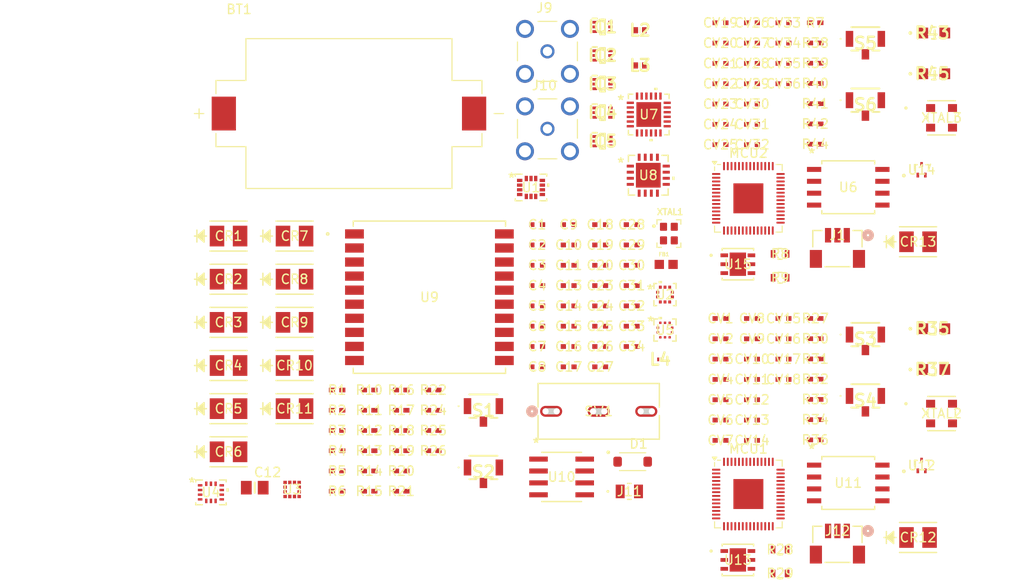
<source format=kicad_pcb>
(kicad_pcb (version 20240108) (generator "pcbnew") (generator_version "8.0")
  (layers (0 "F.Cu" signal) (31 "B.Cu" signal) (34 "B.Paste" user) (35 "F.Paste" user) (36 "B.SilkS" user "B.Silkscreen") (37 "F.SilkS" user "F.Silkscreen") (38 "B.Mask" user) (39 "F.Mask" user) (44 "Edge.Cuts" user))
  (net 0 "")
  (net 1 "GND")
  (net 2 "Net-(BT1-PadP)")
  (net 3 "+3.3V")
  (net 4 "Net-(U3-C1)")
  (net 5 "Net-(U7-VR_PA)")
  (net 6 "Net-(U7-DCC_FB)")
  (net 7 "Net-(U7-RFIO)")
  (net 8 "Net-(C25-Pad1)")
  (net 9 "Net-(C26-Pad1)")
  (net 10 "Net-(U9-VCC)")
  (net 11 "Net-(U8-TRX)")
  (net 12 "Net-(C33-Pad1)")
  (net 13 "Net-(CR1-Pad1)")
  (net 14 "+5V")
  (net 15 "Net-(CR2-Pad1)")
  (net 16 "Net-(CR3-Pad1)")
  (net 17 "Net-(CR4-Pad1)")
  (net 18 "Net-(CR5-Pad1)")
  (net 19 "Net-(CR6-Pad1)")
  (net 20 "Net-(CR7-Pad1)")
  (net 21 "Net-(CR8-Pad1)")
  (net 22 "Net-(CR9-Pad1)")
  (net 23 "Net-(CR10-Pad2)")
  (net 24 "Net-(CR11-Pad1)")
  (net 25 "Net-(CR12-Pad2)")
  (net 26 "Net-(CR13-Pad2)")
  (net 27 "Net-(MCU1-RUN)")
  (net 28 "Net-(MCU1-VREG_VOUT)")
  (net 29 "Net-(MCU2-RUN)")
  (net 30 "Net-(MCU2-VREG_VOUT)")
  (net 31 "Net-(D1-PadC)")
  (net 32 "Net-(IC1-E2)")
  (net 33 "/BAR2 SPI1_~{CS}")
  (net 34 "Net-(IC1-E1)")
  (net 35 "/MAG SPI1_~{CS}")
  (net 36 "Net-(IC2-E2)")
  (net 37 "/IMU2 SPI1_~{CS}")
  (net 38 "/LED Driver")
  (net 39 "Net-(IC2-E1)")
  (net 40 "/IMU1 SPI0_~{CS}")
  (net 41 "Net-(IC3-E2)")
  (net 42 "/BAR1 SPI0_~{CS}")
  (net 43 "Net-(IC3-E1)")
  (net 44 "/SX1280 SPI ~{CS}")
  (net 45 "/NRF21540 SPI ~{CS}")
  (net 46 "Net-(IC4-E2)")
  (net 47 "Net-(IC4-E1)")
  (net 48 "Net-(IC5-E1)")
  (net 49 "/TEMP ALERT")
  (net 50 "/RS_ENABLE")
  (net 51 "Net-(IC5-E2)")
  (net 52 "Net-(J1-Pad1)")
  (net 53 "Net-(J1-Pad3)")
  (net 54 "Net-(U9-EX_ANT)")
  (net 55 "Net-(J12-Pad1)")
  (net 56 "Net-(J12-Pad3)")
  (net 57 "Net-(U8-ANT1)")
  (net 58 "/NRF21540 TX_EN")
  (net 59 "/SPI1_MISO")
  (net 60 "/RP2040 Standard/MCU QSPI_SD2")
  (net 62 "/SD-Card SPI MISO")
  (net 63 "Net-(MCU1-SWCLK)")
  (net 64 "/SPI0_SCK")
  (net 65 "/RP2040 Standard/MCU QSPI_SCLK")
  (net 66 "Net-(MCU1-USB_DM)")
  (net 67 "/SPI1_SCK")
  (net 68 "/RP2040 Standard/MCU QSPI_SS")
  (net 69 "/RS_TX")
  (net 70 "Net-(MCU1-USB_DP)")
  (net 71 "CRYSTAL")
  (net 72 "/NRF21540 RX_EN")
  (net 73 "/RP2040 Standard/MCU QSPI_SD0")
  (net 74 "/BAR2 RDY")
  (net 75 "Net-(MCU1-GPIO25)")
  (net 76 "/RP2040 Standard/MCU QSPI_SD1")
  (net 77 "/IMU1 RDY1")
  (net 78 "/BAR1_RDY")
  (net 79 "/SD-Card SPI SCK")
  (net 80 "Net-(MCU1-SWD)")
  (net 81 "/SPI0_MOSI")
  (net 82 "/SPI0_MISO")
  (net 83 "/IMU1 RDY2")
  (net 84 "/SD-Card SPI ~{CS}")
  (net 85 "/SPI1_MOSI")
  (net 86 "/RP2040 Standard/MCU QSPI_SD3")
  (net 87 "/RS_RX")
  (net 88 "/IMU2 RDY")
  (net 89 "/NRF21540 ~{PDN}")
  (net 90 "/NRF21540 MODE")
  (net 91 "/SD-Card SPI MOSI")
  (net 92 "Net-(MCU2-USB_DP)")
  (net 93 "/RP2040 COMMS/GP21{slash}SPI0 ~{CS}")
  (net 94 "/RP2040 COMMS/GP22{slash}PWM3 A{slash}CLKIN 1")
  (net 95 "/RP2040 COMMS/GP16{slash}SPI0 MISO")
  (net 96 "/RP2040 COMMS/GP20{slash}PWM2 A{slash}CLKIN 0")
  (net 97 "/RP2040 COMMS/GP19{slash}SPI0 MOSI")
  (net 98 "/RP2040 COMMS/MCU QSPI_SD0")
  (net 99 "/RP2040 COMMS/GP27_ADC1")
  (net 100 "/RP2040 COMMS/GP17{slash}SPI0 ~{CS}")
  (net 101 "/RP2040 COMMS/MCU QSPI_SD2")
  (net 102 "/RP2040 COMMS/GP2{slash}UART0 CTS")
  (net 103 "/RP2040 COMMS/GP10{slash}SPI1 SCK")
  (net 104 "/RP2040 COMMS/GP26{slash}SPI1 RDY")
  (net 106 "/RP2040 COMMS/GP18{slash}SPI0 SCK")
  (net 107 "/RP2040 COMMS/GP13{slash}SPI1 ~{CS}")
  (net 108 "Net-(MCU2-GPIO25)")
  (net 109 "Net-(MCU2-SWD)")
  (net 110 "/RP2040 COMMS/GP7{slash}UART1 RTS")
  (net 111 "/RP2040 COMMS/MCU QSPI_SD3")
  (net 112 "Net-(MCU2-SWCLK)")
  (net 113 "/RP2040 COMMS/GP28_ADC2")
  (net 114 "/RP2040 COMMS/GP8{slash}SPI1 MISO")
  (net 115 "/RP2040 COMMS/MCU QSPI_SD1")
  (net 116 "/RP2040 COMMS/GP14{slash}SPI0 RDY")
  (net 117 "/RP2040 COMMS/GP3{slash}UART0 RTS")
  (net 118 "/RP2040 COMMS/GP6{slash}SPI1 RDY")
  (net 119 "Net-(MCU2-USB_DM)")
  (net 120 "/RP2040 COMMS/GP23{slash}PWM3 B{slash}CLKOUT 1")
  (net 121 "/RP2040 COMMS/GP1{slash}UART0 RX")
  (net 122 "/RP2040 COMMS/MCU QSPI_SS")
  (net 123 "/RP2040 COMMS/GP9{slash}SPI1 ~{CS}")
  (net 124 "/RP2040 COMMS/GP5{slash}UART1 RX")
  (net 125 "/RP2040 COMMS/GP12{slash}SPI0 RDY")
  (net 126 "/RP2040 COMMS/GP29{slash}SPI1 ~{CS}")
  (net 127 "/RP2040 COMMS/MCU QSPI_SCLK")
  (net 128 "/RP2040 COMMS/GP4{slash}UART1 TX")
  (net 129 "/RP2040 COMMS/GP11{slash}SPI1 MOSI")
  (net 130 "/RP2040 COMMS/GPIO24")
  (net 131 "/RP2040 COMMS/GP15{slash}SPI0 RDY")
  (net 132 "/RP2040 COMMS/GP0{slash}UART0 TX")
  (net 133 "/RP2040 COMMS/USB_DP")
  (net 134 "/RP2040 COMMS/USB_DM")
  (net 135 "/SX1280 ~{RST}")
  (net 136 "Net-(S1-COM)")
  (net 137 "Net-(U9-NRESET)")
  (net 138 "Net-(S2-COM)")
  (net 139 "Net-(U9-3D-FIX)")
  (net 140 "/SDA I2C")
  (net 141 "/SDL I2C")
  (net 142 "/RS_B")
  (net 143 "/RS_A")
  (net 144 "/RP2040 Standard/USB_DP")
  (net 145 "/RP2040 Standard/USB_DM")
  (net 146 "/RP2040 Standard/~{RST}")
  (net 147 "Net-(XTAL2-TRI-STATE(STBY))")
  (net 148 "Net-(J13-CC1)")
  (net 149 "/RP2040 Standard/~{USB_BOOT}")
  (net 150 "Net-(J13-CC2)")
  (net 151 "/RP2040 COMMS/~{RST}")
  (net 152 "Net-(XTAL3-TRI-STATE(STBY))")
  (net 153 "Net-(J2-CC1)")
  (net 154 "/RP2040 COMMS/~{USB_BOOT}")
  (net 155 "Net-(J2-CC2)")
  (net 156 "/GPS VBACKUP")
  (net 168 "/SX1280 XTA")
  (net 169 "/RADIO SPI SCK")
  (net 170 "/SX1280 XTB")
  (net 171 "Net-(U7-DCC_SW)")
  (net 172 "/SX1280 DIO3")
  (net 173 "/SX1280 DIO1")
  (net 174 "/RADIO SPI MOSI")
  (net 175 "/SX1280 BUSY")
  (net 176 "/RADIO SPI MISO")
  (net 177 "/SX1280 DIO2")
  (net 179 "/GPS 1PPS")
  (footprint "Resistor-0402:RES_0402" (layer "F.Cu") (at 112.750499 101.5776)
    (property "Reference" "R3")
    (property "Value" "1k")
  )
  (footprint "E-Switch_Small:TL1017AABF160QG" (layer "F.Cu") (at 128.3697 98.9766)
    (property "Reference" "S1")
    (property "Value" "TL1017AABF160QG" (hide yes))
  )
  (footprint "Resistor-0402:RES_0402" (layer "F.Cu") (at 112.750499 103.738)
    (property "Reference" "R4")
    (property "Value" "1k")
  )
  (footprint "Capacitor-0402:Capacitor_0402" (layer "F.Cu") (at 134.1108 79.6008)
    (property "Reference" "C1")
    (property "Value" "100nF")
  )
  (footprint "Resistor-0402:RES_0402" (layer "F.Cu") (at 163.790499 91.7772)
    (property "Reference" "R30")
    (property "Value" "100")
  )
  (footprint "LDO ST1L05A:DFN_5APU33R_STM" (layer "F.Cu") (at 155.5325 83.8262)
    (property "Reference" "U15")
    (property "Value" "ST1L05APU33R")
  )
  (footprint "Resistor-0402:RES_0402" (layer "F.Cu") (at 119.593695 108.0588)
    (property "Reference" "R21")
    (property "Value" "10k")
  )
  (footprint "LED-Green_VLMC3100-GS08:LED_PLCC_VSMB" (layer "F.Cu") (at 108.2033 94.6404)
    (property "Reference" "CR10")
    (property "Value" "VLMC3100-GS08")
  )
  (footprint "Capacitor-0402:Capacitor_0402" (layer "F.Cu") (at 134.1108 86.106)
    (property "Reference" "C4")
    (property "Value" "10nF")
  )
  (footprint "Capacitor-0402:Capacitor_0402" (layer "F.Cu") (at 134.1108 90.4428)
    (property "Reference" "C6")
    (property "Value" "100nF")
  )
  (footprint "Capacitor-0402:Capacitor_0402" (layer "F.Cu") (at 153.6808 98.2944)
    (property "Reference" "CV5")
    (property "Value" "100nF")
  )
  (footprint "Capacitor-0402:Capacitor_0402" (layer "F.Cu") (at 153.6808 89.6208)
    (property "Reference" "CV1")
    (property "Value" "1uF")
  )
  (footprint "Resistor-0402:RES_0402" (layer "F.Cu") (at 112.750499 99.4172)
    (property "Reference" "R2")
    (property "Value" "1k")
  )
  (footprint "Resistor-0402:RES_0402" (layer "F.Cu") (at 119.593695 97.2568)
    (property "Reference" "R16")
    (property "Value" "10k")
  )
  (footprint "2 PNP:SOTFL50P160X60-6N" (layer "F.Cu") (at 141.0897 61.5416)
    (property "Reference" "IC2")
    (property "Value" "NSVT30010MXV6T1G" (hide yes))
  )
  (footprint "Resistor-0805:RES_0805" (layer "F.Cu") (at 176.4497 63.4916)
    (property "Reference" "R45")
    (property "Value" "5k1" (hide yes))
  )
  (footprint "Capacitor-0402:Capacitor_0402" (layer "F.Cu") (at 160.4052 62.3876)
    (property "Reference" "CV35")
    (property "Value" "1uF")
  )
  (footprint "E-Switch_Small:TL1017AABF160QG" (layer "F.Cu") (at 169.1497 97.8866)
    (property "Reference" "S4")
    (property "Value" "TL1017AABF160QG" (hide yes))
  )
  (footprint "AS12MHz:ASE-3.2X2.5_ABR" (layer "F.Cu") (at 177.2793 99.7686)
    (property "Reference" "XTAL2")
    (property "Value" "ASE-12.000MHZ-LC-T")
  )
  (footprint "2 PNP:SOTFL50P160X60-6N" (layer "F.Cu") (at 141.0897 67.6416)
    (property "Reference" "IC4")
    (property "Value" "NSVT30010MXV6T1G" (hide yes))
  )
  (footprint "Capacitor-0402:Capacitor_0402" (layer "F.Cu") (at 140.8352 79.6008)
    (property "Reference" "C18")
    (property "Value" "10nF")
  )
  (footprint "LED-Green_VLMC3100-GS08:LED_PLCC_VSMB" (layer "F.Cu") (at 101.1581 103.854)
    (property "Reference" "CR6")
    (property "Value" "VLMC3100-GS08")
  )
  (footprint "Resistor-0402:RES_0402" (layer "F.Cu") (at 112.750499 97.2568)
    (property "Reference" "R1")
    (property "Value" "1k")
  )
  (footprint "Resistor-0402:RES_0402" (layer "F.Cu") (at 112.750499 108.0588)
    (property "Reference" "R6")
    (property "Value" "1k")
  )
  (footprint "Capacitor-0402:Capacitor_0402" (layer "F.Cu") (at 160.4052 93.9576)
    (property "Reference" "CV17")
    (property "Value" "1uF")
  )
  (footprint "Capacitor-0402:Capacitor_0402" (layer "F.Cu") (at 160.4052 64.556)
    (property "Reference" "CV36")
    (property "Value" "100nF")
  )
  (footprint "Resistor-0402:RES_0402" (layer "F.Cu") (at 163.790499 60.2072)
    (property "Reference" "R38")
    (property "Value" "100")
  )
  (footprint "Capacitor-0402:Capacitor_0402" (layer "F.Cu") (at 137.473 81.7692)
    (property "Reference" "C10")
    (property "Value" "100nF")
  )
  (footprint "AS12MHz:ASE-3.2X2.5_ABR" (layer "F.Cu") (at 177.2793 68.1986)
    (property "Reference" "XTAL3")
    (property "Value" "ASE-12.000MHZ-LC-T")
  )
  (footprint "Capacitor-0402:Capacitor_0402" (layer "F.Cu") (at 144.1974 79.6008)
    (property "Reference" "C28")
    (property "Value" "1uF")
  )
  (footprint "Capacitor-0402:Capacitor_0402" (layer "F.Cu") (at 157.043 60.2192)
    (property "Reference" "CV27")
    (property "Value" "100nF")
  )
  (footprint "Capacitor-0402:Capacitor_0402" (layer "F.Cu") (at 137.473 88.2744)
    (property "Reference" "C14")
    (property "Value" "100nF")
  )
  (footprint "Resistor-0402:RES_0402" (layer "F.Cu") (at 116.172097 99.4172)
    (property "Reference" "R11")
    (property "Value" "1k")
  )
  (footprint "Capacitor-0402:Capacitor_0402" (layer "F.Cu") (at 140.8352 94.7796)
    (property "Reference" "C27")
    (property "Value" "1.2pF")
  )
  (footprint "Resistor-0402:RES_0402" (layer "F.Cu") (at 163.790499 58.0468)
    (property "Reference" "R7")
    (property "Value" "1k")
  )
  (footprint "LED-Green_VLMC3100-GS08:LED_PLCC_VSMB" (layer "F.Cu") (at 101.1581 90.0336)
    (property "Reference" "CR3")
    (property "Value" "VLMC3100-GS08")
  )
  (footprint "Package_DFN_QFN:QFN-56-1EP_7x7mm_P0.4mm_EP3.2x3.2mm" (layer "F.Cu") (at 156.6547 108.3616)
    (property "Reference" "MCU1")
    (property "Value" "RP2040")
  )
  (footprint "LED-Green_VLMC3100-GS08:LED_PLCC_VSMB" (layer "F.Cu") (at 174.7681 113)
    (property "Reference" "CR12")
    (property "Value" "VLMC3100-GS08")
  )
  (footprint "Capacitor-0402:Capacitor_0402" (layer "F.Cu") (at 137.473 94.7796)
    (property "Reference" "C17")
    (property "Value" "10nF")
  )
  (footprint "ESD7L5-Diode:SOT-723_0P85X1P25_ONS" (layer "F.Cu") (at 175.1452 73.7423)
    (property "Reference" "U14")
    (property "Value" "ESD7L5.0DT5G")
  )
  (footprint "Resistor-0805:RES_0805" (layer "F.Cu") (at 176.4497 90.7116)
    (property "Reference" "R35")
    (property "Value" "5k1" (hide yes))
  )
  (footprint "Capacitor-0402:Capacitor_0402" (layer "F.Cu") (at 157.043 100.4628)
    (property "Reference" "CV13")
    (property "Value" "1uF")
  )
  (footprint "Capacitor-0402:Capacitor_0402" (layer "F.Cu") (at 160.4052 96.126)
    (property "Reference" "CV18")
    (property "Value" "100nF")
  )
  (footprint "Capacitor-0402:Capacitor_0402" (layer "F.Cu") (at 157.043 96.126)
    (property "Reference" "CV11")
    (property "Value" "100nF")
  )
  (footprint "Resistor-0402:RES_0402" (layer "F.Cu") (at 119.593695 103.738)
    (property "Reference" "R19")
    (property "Value" "10K")
  )
  (footprint "Ferrite:Ferrite_0603" (layer "F.Cu") (at 147.8797 83.8466)
    (property "Reference" "FB1")
    (property "Value" "FerriteBead")
  )
  (footprint "2 PNP:SOTFL50P160X60-6N" (layer "F.Cu") (at 141.0897 64.5916)
    (property "Reference" "IC3")
    (property "Value" "NSVT30010MXV6T1G" (hide yes))
  )
  (footprint "Resistor-0603:RES_0603" (layer "F.Cu") (at 160.0399 85.2707)
    (property "Reference" "R9")
    (property "Value" "27")
  )
  (footprint "Inductor-0201:Inductor_0201" (layer "F.Cu") (at 147.2447 93.9866)
    (property "Reference" "L4")
    (property "Value" "1.9nH" (hide yes))
  )
  (footprint "Capacitor-0402:Capacitor_0402" (layer "F.Cu") (at 153.6808 66.7244)
    (property "Reference" "CV23")
    (property "Value" "100nF")
  )
  (footprint "Capacitor-0402:Capacitor_0402" (layer "F.Cu") (at 157.043 58.0508)
    (property "Reference" "CV26")
    (property "Value" "100nF")
  )
  (footprint "Capacitor-0402:Capacitor_0402" (layer "F.Cu") (at 137.473 83.9376)
    (property "Reference" "C11")
    (property "Value" "100nF")
  )
  (footprint "Capacitor-0402:Capacitor_0402" (layer "F.Cu") (at 140.8352 86.106)
    (property "Reference" "C23")
    (property "Value" "0.8pF")
  )
  (footprint "Capacitor-0402:Capacitor_0402" (layer "F.Cu") (at 153.6808 102.6312)
    (property "Reference" "CV7")
    (property "Value" "100nF")
  )
  (footprint "Capacitor-0402:Capacitor_0402" (layer "F.Cu") (at 153.6808 68.8928)
    (property "Reference" "CV24")
    (property "Value" "1uF")
  )
  (footprint "Resistor-0402:RES_0402" (layer "F.Cu") (at 116.172097 101.5776)
    (property "Reference" "R12")
    (property "Value" "1k")
  )
  (footprint "Capacitor-0402:Capacitor_0402" (layer "F.Cu") (at 153.6808 64.556)
    (property "Reference" "CV22")
    (property "Value" "100nF")
  )
  (footprint "Resistor-0402:RES_0402" (layer "F.Cu") (at 123.015293 97.2568)
    (property "Reference" "R22")
    (property "Value" "10k")
  )
  (footprint "Capacitor-0402:Capacitor_0402" (layer "F.Cu") (at 153.6808 93.9576)
    (property "Reference" "CV3")
    (property "Value" "1uF")
  )
  (footprint "Capacitor-0402:Capacitor_0402" (layer "F.Cu") (at 160.4052 58.0508)
    (property "Reference" "CV33")
    (property "Value" "4.7uF")
  )
  (footprint "Capacitor-0402:Capacitor_0402" (layer "F.Cu") (at 137.473 79.6008)
    (property "Reference" "C9")
    (property "Value" "100nF")
  )
  (footprint "Capacitor-0402:Capacitor_0402" (layer "F.Cu") (at 153.6808 100.4628)
    (property "Reference" "CV6")
    (property "Value" "1uF")
  )
  (footprint "Resistor-0603:RES_0603" (layer "F.Cu") (at 160.0399 116.8407)
    (property "Reference" "R29")
    (property "Value" "27")
  )
  (footprint "Inductor-0402:Inductor_0402" (layer "F.Cu") (at 145.0897 62.6066)
    (property "Reference" "L3")
    (property "Value" "2.5nH" (hide yes))
  )
  (footprint "SWD_Con:CONN_BM03B-SRSS-TBLFSN_JST" (layer "F.Cu") (at 166.1624 113.7299)
    (property "Reference" "J12")
    (property "Value" "BM03B-SRSS-TBLFSN")
  )
  (footprint "Capacitor-0402:Capacitor_0402" (layer "F.Cu") (at 134.1108 92.6112)
    (property "Reference" "C7")
    (property "Value" "100nF")
  )
  (footprint "LED-Green_VLMC3100-GS08:LED_PLCC_VSMB" (layer "F.Cu") (at 101.1581 85.4268)
    (property "Reference" "CR2")
    (property "Value" "VLMC3100-GS08")
  )
  (footprint "Resistor-0402:RES_0402" (layer "F.Cu") (at 163.790499 62.3676)
    (property "Reference" "R39")
    (property "Value" "100")
  )
  (footprint "Capacitor-0402:Capacitor_0402" (layer "F.Cu") (at 157.043 66.7244)
    (property "Reference" "CV30")
    (property "Value" "100nF")
  )
  (footprint "BARO BMP581:QFN10_BMP581_BOS" (layer "F.Cu") (at 147.754 90.854601)
    (property "Reference" "U5")
    (property "Value" "BMP581")
  )
  (footprint "Capacitor-0402:Capacitor_0402" (layer "F.Cu") (at 153.6808 62.3876)
    (property "Reference" "CV21")
    (property "Value" "1uF")
  )
  (footprint "E-Switch_Small:TL1017AABF160QG" (layer "F.Cu") (at 169.1497 66.3166)
    (property "Reference" "S6")
    (property "Value" "TL1017AABF160QG" (hide yes))
  )
  (footprint "NX2016SA_52MHZ:OSCCC200X160X50N" (layer "F.Cu") (at 148.1697 80.5551)
    (property "Reference" "XTAL1")
    (property "Value" "NX2016SA-52MHZ-EXS00A-CS07103")
  )
  (footprint "Resistor-0402:RES_0402" (layer "F.Cu") (at 163.790499 93.9376)
    (property "Reference" "R31")
    (property "Value" "100")
  )
  (footprint "Capacitor-0402:Capacitor_0402" (layer "F.Cu") (at 140.8352 81.7692)
    (property "Reference" "C19")
    (property "Value" "100nF")
  )
  (footprint "LED-Green_VLMC3100-GS08:LED_PLCC_VSMB" (layer "F.Cu") (at 174.7681 81.43)
    (property "Reference" "CR13")
    (property "Value" "VLMC3100-GS08")
  )
  (footprint "Resistor-0402:RES_0402" (layer "F.Cu") (at 163.790499 89.6168)
    (property "Reference" "R27")
    (property "Value" "1k")
  )
  (footprint "Resistor-0402:RES_0402" (layer "F.Cu") (at 116.172097 108.0588)
    (property "Reference" "R15")
    (property "Value" "470")
  )
  (footprint "2 PNP:SOTFL50P160X60-6N" (layer "F.Cu") (at 141.0897 70.6916)
    (property "Reference" "IC5")
    (property "Value" "NSVT30010MXV6T1G" (hide yes))
  )
  (footprint "Resistor-0402:RES_0402" (layer "F.Cu") (at 163.790499 64.528)
    (property "Reference" "R40")
    (property "Value" "1k")
  )
  (footprint "Resistor-0402:RES_0402" (layer "F.Cu") (at 163.790499 71.0092)
    (property "Reference" "R44")
    (property "Value" "1k")
  )
  (footprint "Resistor-0402:RES_0402" (layer "F.Cu") (at 116.172097 105.8984)
    (property "Reference" "R14")
    (property "Value" "1k")
  )
  (footprint "Resistor-0402:RES_0402" (layer "F.Cu") (at 119.593695 99.4172)
    (property "Reference" "R17")
    (property "Value" "1k")
  )
  (footprint "Capacitor-0402:Capacitor_0402" (layer "F.Cu") (at 144.1974 88.2744)
    (property "Reference" "C32")
    (property "Value" "100n")
  )
  (footprint "2 PNP:SOTFL50P160X60-6N" (layer "F.Cu") (at 141.0897 58.4916)
    (property "Reference" "IC1")
    (property "Value" "NSVT30010MXV6T1G" (hide yes))
  )
  (footprint "Inductor-0402:Inductor_0402" (layer "F.Cu") (at 145.0897 58.8466)
    (property "Reference" "L2")
    (property "Value" "3nH" (hide yes))
  )
  (footprint "Switch D2F-01:D2F-01-D_OMR" (layer "F.Cu") (at 135.5967 99.5316)
    (property "Reference" "SW1")
    (property "Value" "D2F-01-D")
    (fp_line (start -0.5969 0) (end 0.5969 0) (stroke (width 0.6604)) (layer "Edge.Cuts"))
    (fp_line (start 4.4831 0) (end 5.6769 0) (stroke (width 0.6604)) (layer "Edge.Cuts"))
    (fp_line (start 9.5631 0) (end 10.7569 0) (stroke (width 0.6604)) (layer "Edge.Cuts"))
  )
  (footprint "Capacitor-0402:Capacitor_0402" (layer "F.Cu") (at 157.043 64.556)
    (property "Reference" "CV29")
    (property "Value" "100nF")
  )
  (footprint "Resistor-0402:RES_0402" (layer "F.Cu") (at 163.790499 98.2584)
    (property "Reference" "R33")
    (property "Value" "10k")
  )
  (footprint "Capacitor-0402:Capacitor_0402" (layer "F.Cu") (at 140.8352 92.6112)
    (property "Reference" "C26")
    (property "Value" "0.5pF")
  )
  (footprint "Capacitor-0402:Capacitor_0402" (layer "F.Cu") (at 134.1108 83.9376)
    (property "Reference" "C3")
    (property "Value" "100nF")
  )
  (footprint "Capacitor-0402:Capacitor_0402" (layer "F.Cu") (at 137.473 92.6112)
    (property "Reference" "C16")
    (property "Value" "100nF")
  )
  (footprint "Capacitor-0402:Capacitor_0402" (layer "F.Cu") (at 144.1974 86.106)
    (property "Reference" "C31")
    (property "Value" "100n")
  )
  (footprint "Capacitor-0402:Capacitor_0402" (layer "F.Cu") (at 144.1974 92.6112)
    (property "Reference" "C34")
    (property "Value" "0.3p")
  )
  (footprint "Capacitor-0402:Capacitor_0402" (layer "F.Cu") (at 140.8352 88.2744)
    (property "Reference" "C24")
    (property "Value" "100nF")
  )
  (footprint "Capacitor-0402:Capacitor_0402" (layer "F.Cu") (at 157.043 98.2944)
    (property "Reference" "CV12")
    (property "Value" "100nF")
  )
  (footprint "Resistor-0805:RES_0805" (layer "F.Cu") (at 176.4497 59.1416)
    (property "Reference" "R43")
    (property "Value" "5k1" (hide yes))
  )
  (footprint "Capacitor-0402:Capacitor_0402" (layer "F.Cu") (at 144.1974 90.4428)
    (property "Reference" "C33")
    (property "Value" "0.9p")
  )
  (footprint "NOR Flash:SOIC_208MIL_WIN" (layer "F.Cu") (at 167.3168 107.1792)
    (property "Reference" "U11")
    (property "Value" "W25Q128JVSIQ TR")
  )
  (footprint "Capacitor-0402:Capacitor_0402" (layer "F.Cu") (at 134.1108 88.2744)
    (property "Reference" "C5")
    (property "Value" "100nF")
  )
  (footprint "Capacitor-0402:Capacitor_0402" (layer "F.Cu") (at 140.8352 90.4428)
    (property "Reference" "C25")
    (property "Value" "1.2pF")
  )
  (footprint "Resistor-0402:RES_0402" (layer "F.Cu") (at 123.015293 101.5776)
    (property "Reference" "R25")
    (property "Value" "20K")
  )
  (footprint "Capacitor-0402:Capacitor_0402" (layer "F.Cu") (at 157.043 93.9576)
    (property "Reference" "CV10")
    (property "Value" "100nF")
  )
  (footprint "LED-Green_VLMC3100-GS08:LED_PLCC_VSMB" (layer "F.Cu") (at 108.2033 85.4268)
    (property "Reference" "CR8")
    (property "Value" "VLMC3100-GS08")
  )
  (footprint "GPS_adafruit:CD-PA1616D_ADA" (layer "F.Cu") (at 122.60267 87.3478)
    (property "Reference" "U9")
    (property "Value" "CD-PA1616")
  )
  (footprint "Resistor-0805:RES_0805" (layer "F.Cu") (at 176.4497 95.0616)
    (property "Reference" "R37")
    (property "Value" "5k1" (hide yes))
  )
  (footprint "Resistor-0402:RES_0402" (layer "F.Cu") (at 163.790499 100.4188)
    (property "Reference" "R34")
    (property "Value" "665")
  )
  (footprint "IMU BMI323:BMI323_BOS" (layer "F.Cu") (at 99.2785 108.1806)
    (property "Reference" "U4")
    (property "Value" "BMI323")
  )
  (footprint "Capacitor-0402:Capacitor_0402" (layer "F.Cu") (at 160.4052 91.7892)
    (property "Reference" "CV16")
    (property "Value" "4.7uF")
  )
  (footprint "Capacitor-0402:Capacitor_0402" (layer "F.Cu") (at 157.043 62.3876)
    (property "Reference" "CV28")
    (property "Value" "100nF")
  )
  (footprint "ESD7L5-Diode:SOT-723_0P85X1P25_ONS" (layer "F.Cu") (at 175.1452 105.3123)
    (property "Reference" "U12")
    (property "Value" "ESD7L5.0DT5G")
  )
  (footprint "Capacitor-0402:Capacitor_0402" (layer "F.Cu") (at 153.6808 58.0508)
    (property "Reference" "CV19")
    (property "Value" "1uF")
  )
  (footprint "Capacitor-0402:Capacitor_0402" (layer "F.Cu") (at 157.043 91.7892)
    (property "Reference" "CV9")
    (property "Value" "100nF")
  )
  (footprint "Capacitor-0402:Capacitor_0402" (layer "F.Cu") (at 157.043 89.6208)
    (property "Reference" "CV8")
    (property "Value" "100nF")
  )
  (footprint "Resistor-0402:RES_0402" (layer "F.Cu") (at 112.750499 105.8984)
    (property "Reference" "R5")
    (property "Value" "1k")
  )
  (footprint "Capacitor-0805:Capacitor_0805" (layer "F.Cu") (at 103.9547 107.6816)
    (property "Reference" "C12")
    (property "Value" "10uF")
  )
  (footprint "LED-Green_VLMC3100-GS08:LED_PLCC_VSMB" (layer "F.Cu") (at 108.2033 80.82)
    (property "Reference" "CR7")
    (property "Value" "VLMC3100-GS08")
  )
  (footprint "Capacitor-0402:Capacitor_0402" (layer "F.Cu") (at 144.1974 81.7692)
    (property "Reference" "C29")
    (property "Value" "100nF")
  )
  (footprint "Package_DFN_QFN:QFN-56-1EP_7x7mm_P0.4mm_EP3.2x3.2mm" (layer "F.Cu") (at 156.6547 76.7916)
    (property "Reference" "MCU2")
    (property "Value" "RP2040")
  )
  (footprint "MAG LIS2MDLTR:LGA-12_2X2X1_STM" (layer "F.Cu") (at 107.9474 107.8743)
    (property "Reference" "U3")
    (property "Value" "LIS2MDLTR")
  )
  (footprint "Resistor-0402:RES_0402" (layer "F.Cu") (at 119.593695 101.5776)
    (property "Reference" "R18")
    (property "Value" "10K")
  )
  (footprint "SMA_CONNECTOR:LPRS_SMA_CONNECTOR" (layer "F.Cu") (at 135.2047 69.3716)
    (property "Reference" "J10")
    (property "Value" "SMA_CONNECTOR")
  )
  (footprint "BAT Holder 1060TR:BAT_1060TR" (layer "F.Cu") (at 114.0132 67.7416)
    (property "Reference" "BT1")
    (property "Value" "1060TR")
  )
  (footprint "Capacitor-0402:Capacitor_0402" (layer "F.Cu") (at 153.6808 60.2192)
    (property "Reference" "CV20")
    (property "Value" "100nF")
  )
  (footprint "Capacitor-0402:Capacitor_0402" (layer "F.Cu") (at 153.6808 96.126)
    (property "Reference" "CV4")
    (property "Value" "100nF")
  )
  (footprint "Capacitor-0402:Capacitor_0402" (layer "F.Cu") (at 157.043 102.6312)
    (property "Reference" "CV14")
    (property "Value" "100nF")
  )
  (footprint "Capacitor-0402:Capacitor_0402" (layer "F.Cu") (at 134.1108 94.7796)
    (property "Reference" "C8")
    (property "Value" "100nF")
  )
  (footprint "Resistor-0603:RES_0603" (layer "F.Cu") (at 160.0399 82.7213)
    (property "Reference" "R8")
    (property "Value" "27")
  )
  (footprint "Capacitor-0402:Capacitor_0402" (layer "F.Cu") (at 134.1108 81.7692)
    (property "Reference" "C2")
    (property "Value" "10nF")
  )
  (footprint "Resistor-0402:RES_0402" (layer "F.Cu") (at 123.015293 103.738)
    (property "Reference" "R26")
    (property "Value" "120")
  )
  (footprint "Capacitor-0402:Capacitor_0402" (layer "F.Cu") (at 144.1974 83.9376)
    (property "Reference" "C30")
    (property "Value" "1p")
  )
  (footprint "Resistor-0402:RES_0402" (layer "F.Cu") (at 123.015293 99.4172)
    (property "Reference" "R24")
    (property "Value" "20K")
  )
  (footprint "Inductor-0805:Inductor_0805" (layer "F.Cu") (at 143.9459 108.0818)
    (property "Reference" "J11")
    (property "Value" "SMA_CONNECTOR")
  )
  (footprint "E-Switch_Small:TL1017AABF160QG" (layer "F.Cu") (at 128.3697 105.5266)
    (property "Reference" "S2")
    (property "Value" "TL1017AABF160QG" (hide yes))
  )
  (footprint "SMA_CONNECTOR:LPRS_SMA_CONNECTOR" (layer "F.Cu") (at 135.2047 61.1016)
    (property "Reference" "J9")
    (property "Value" "SMA_CONNECTOR")
  )
  (footprint "Resistor-0402:RES_0402" (layer "F.Cu") (at 116.172097 103.738)
    (property "Reference" "R13")
    (property "Value" "1k")
  )
  (footprint "Resistor-0402:RES_0402" (layer "F.Cu") (at 119.593695 105.8984)
    (property "Reference" "R20")
    (property "Value" "10K")
  )
  (footprint "RS Transceiver:21-0041-3-M_90-0096-8L_MXM" (layer "F.Cu") (at 136.7155 106.5368)
    (property "Reference" "U10")
    (property "Value" "MAX485CSA+T")
  )
  (footprint "Resistor-0402:RES_0402" (layer "F.Cu") (at 163.790499 66.6884)
    (property "Reference" "R41")
    (property "Value" "10k")
  )
  (footprint "LED-Green_VLMC3100-GS08:LED_PLCC_VSMB" (layer "F.Cu") (at 101.1581 80.82)
    (property "Reference" "CR1")
    (property "Value" "VLMC3100-GS08")
  )
  (footprint "IMU ASM330LHHTR:LGA-14L_2P5X3X0P83_STM" (layer "F.Cu") (at 133.4493 75.6322)
    (property "Reference" "U1")
    (property "Value" "ASM330LHHTR")
  )
  (footprint "Capacitor-0402:Capacitor_0402" (layer "F.Cu") (at 160.4052 89.6208)
    (property "Reference" "CV15")
    (property "Value" "4.7uF")
  )
  (footprint "BARO LPS22DFTR:QFN_22DFTR_STM" (layer "F.Cu") (at 147.754 87.0671)
    (property "Reference" "U2")
    (property "Value" "LPS22DFTR")
  )
  (footprint "SX1280:QFN24_4X4_SEM" (layer "F.Cu") (at 146.0194 67.8441)
    (property "Reference" "U7")
    (property "Value" "SX1280IMLTRT")
  )
  (footprint "LED-Green_VLMC3100-GS08:LED_PLCC_VSMB" (layer "F.Cu") (at 108.2033 90.0336)
    (property "Reference" "CR9")
    (property "Value" "VLMC3100-GS08")
  )
  (footprint "LED-Green_VLMC3100-GS08:LED_PLCC_VSMB" (layer "F.Cu") (at 101.1581 94.6404)
    (property "Reference" "CR4")
    (property "Value" "VLMC3100-GS08")
  )
  (footprint "RF FEM:QFN16_4X4_NOR" (layer "F.Cu") (at 145.9686 74.3255)
    (property "Reference" "U8")
    (property "Value" "NRF21540-QDAA-R")
  )
  (footprint "Resistor-0603:RES_0603" (layer "F.Cu") (at 160.0399 114.2913)
    (property "Reference" "R28")
    (property "Value" "27")
  )
  (footprint "E-Switch_Small:TL1017AABF160QG" (layer "F.Cu") (at 169.1497 59.7666)
    (property "Reference" "S5")
    (property "Value" "TL1017AABF160QG" (hide yes))
  )
  (footprint "Capacitor-0402:Capacitor_0402" (layer "F.Cu") (at 137.473 86.106)
    (property "Reference" "C13")
    (property "Value" "100nF")
  )
  (footprint "LED-Green_VLMC3100-GS08:LED_PLCC_VSMB" (layer "F.Cu") (at 108.2033 99.2472)
    (property "Reference" "CR11")
    (property "Value" "VLMC3100-GS08")
  )
  (footprint "Resistor-0402:RES_0402" (layer "F.Cu") (at 163.790499 96.098)
    (property "Reference" "R32")
    (property "Value" "1k")
  )
  (footprint "Capacitor-0402:Capacitor_0402" (layer "F.Cu") (at 153.6808 71.0612)
    (property "Reference" "CV25")
    (property "Value" "100nF")
  )
  (footprint "Resistor-0402:RES_0402" (layer "F.Cu") (at 163.790499 102.5792)
    (property "Reference" "R36")
    (property "Value" "1k")
  )
  (footprint "Capacitor-0402:Capacitor_0402" (layer "F.Cu") (at 137.473 90.4428)
    (property "Reference" "C15")
    (property "Value" "100nF")
  )
  (footprint "LED-Green_VLMC3100-GS08:LED_PLCC_VSMB" (layer "F.Cu") (at 101.1581 99.2472)
    (property "Reference" "CR5")
    (property "Value" "VLMC3100-GS08")
  )
  (footprint "E-Switch_Small:TL1017AABF160QG" (layer "F.Cu") (at 169.1497 91.3366)
    (property "Reference" "S3")
    (property "Value" "TL1017AABF160QG" (hide yes))
  )
  (footprint "Resistor-0402:RES_0402" (layer "F.Cu") (at 163.790499 68.8488)
    (property "Reference" "R42")
    (property "Value" "665")
  )
  (footprint "Diode-Schottky_PMEG2010ER:SODFL3517X110N" (layer "F.Cu") (at 144.2997 104.9066)
    (property "Reference" "D1")
    (property "Value" "PMEG2010ER")
  )
  (footprint "Resistor-0402:RES_0402" (layer "F.Cu") (at 116.172097 97.2568)
    (property "Reference" "R10")
    (property "Value" "1k")
  )
  (footprint "SWD_Con:CONN_BM03B-SRSS-TBLFSN_JST" (layer "F.Cu") (at 166.1624 82.1599)
    (property "Reference" "J1")
    (property "Value" "BM03B-SRSS-TBLFSN")
  )
  (footprint "Capacitor-0402:Capacitor_0402" (layer "F.Cu") (at 157.043 68.8928)
    (property "Reference" "CV31")
    (property "Value" "1uF")
  )
  (footprint "Capacitor-0402:Capacitor_0402" (layer "F.Cu") (at 140.8352 83.9376)
    (property "Reference" "C20")
    (property "Value" "470nF")
  )
  (footprint "NOR Flash:SOIC_208MIL_WIN" (layer "F.Cu") (at 167.3168 75.6092)
    (property "Reference" "U6")
    (property "Value" "W25Q128JVSIQ TR")
  )
  (footprint "Capacitor-0402:Capacitor_0402" (layer "F.Cu") (at 157.043 71.0612)
    (property "Reference" "CV32")
    (property "Value" "100nF")
  )
  (footprint "Capacitor-0402:Capacitor_0402" (layer "F.Cu") (at 160.4052 60.2192)
    (property "Reference" "CV34")
    (property "Value" "4.7uF")
  )
  (footprint "LDO ST1L05A:DFN_5APU33R_STM" (layer "F.Cu") (at 155.5325 115.3962)
    (property "Reference" "U13")
    (property "Value" "ST1L05APU33R")
  )
  (footprint "Capacitor-0402:Capacitor_0402" (layer "F.Cu") (at 153.6808 91.7892)
    (property "Reference" "CV2")
    (property "Value" "100nF")
  )
)
</source>
